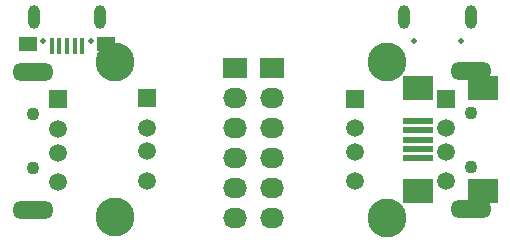
<source format=gbs>
G04 #@! TF.FileFunction,Soldermask,Bot*
%FSLAX46Y46*%
G04 Gerber Fmt 4.6, Leading zero omitted, Abs format (unit mm)*
G04 Created by KiCad (PCBNEW (2015-01-08 BZR 5360)-product) date 2015-02-07T22:59:37 CET*
%MOMM*%
G01*
G04 APERTURE LIST*
%ADD10C,0.100000*%
%ADD11R,2.032000X1.727200*%
%ADD12O,2.032000X1.727200*%
%ADD13R,1.500000X1.500000*%
%ADD14C,1.500000*%
%ADD15C,3.300000*%
%ADD16O,3.500000X1.500000*%
%ADD17C,1.100000*%
%ADD18R,2.500000X0.500000*%
%ADD19R,2.500000X2.000000*%
%ADD20O,1.000000X2.000000*%
%ADD21C,0.500000*%
%ADD22R,0.400000X1.350000*%
%ADD23R,1.600000X1.200000*%
G04 APERTURE END LIST*
D10*
D11*
X80010000Y-66675000D03*
D12*
X80010000Y-69215000D03*
X80010000Y-71755000D03*
X80010000Y-74295000D03*
X80010000Y-76835000D03*
X80010000Y-79375000D03*
D11*
X83185000Y-66675000D03*
D12*
X83185000Y-69215000D03*
X83185000Y-71755000D03*
X83185000Y-74295000D03*
X83185000Y-76835000D03*
X83185000Y-79375000D03*
D13*
X72600000Y-69250000D03*
D14*
X72600000Y-71750000D03*
X72600000Y-73750000D03*
X72600000Y-76250000D03*
D15*
X69890000Y-79321000D03*
X69890000Y-66179000D03*
D13*
X90200000Y-69300000D03*
D14*
X90200000Y-71800000D03*
X90200000Y-73800000D03*
X90200000Y-76300000D03*
D15*
X92910000Y-79371000D03*
X92910000Y-66229000D03*
D14*
X97900000Y-76300000D03*
X97900000Y-73800000D03*
X97900000Y-71800000D03*
D13*
X97900000Y-69300000D03*
D16*
X100000000Y-66950000D03*
X100000000Y-78650000D03*
D17*
X100000000Y-75100000D03*
X100000000Y-70500000D03*
D14*
X65000000Y-76350000D03*
X65000000Y-73850000D03*
X65000000Y-71850000D03*
D13*
X65000000Y-69350000D03*
D16*
X62900000Y-67000000D03*
X62900000Y-78700000D03*
D17*
X62900000Y-75150000D03*
X62900000Y-70550000D03*
D18*
X95550000Y-71150000D03*
X95550000Y-71950000D03*
X95550000Y-72750000D03*
X95550000Y-73550000D03*
X95550000Y-74350000D03*
D19*
X101050000Y-77150000D03*
X95550000Y-77150000D03*
X95550000Y-68350000D03*
X101050000Y-68350000D03*
D20*
X94325000Y-62400000D03*
X99975000Y-62400000D03*
D21*
X95150000Y-64400000D03*
X99150000Y-64400000D03*
D20*
X68625000Y-62400000D03*
D22*
X64500000Y-64800000D03*
X65150000Y-64800000D03*
X65800000Y-64800000D03*
X66450000Y-64800000D03*
X67100000Y-64800000D03*
D20*
X62975000Y-62400000D03*
D21*
X67800000Y-64400000D03*
X63800000Y-64400000D03*
D23*
X62500000Y-64650000D03*
X69100000Y-64650000D03*
M02*

</source>
